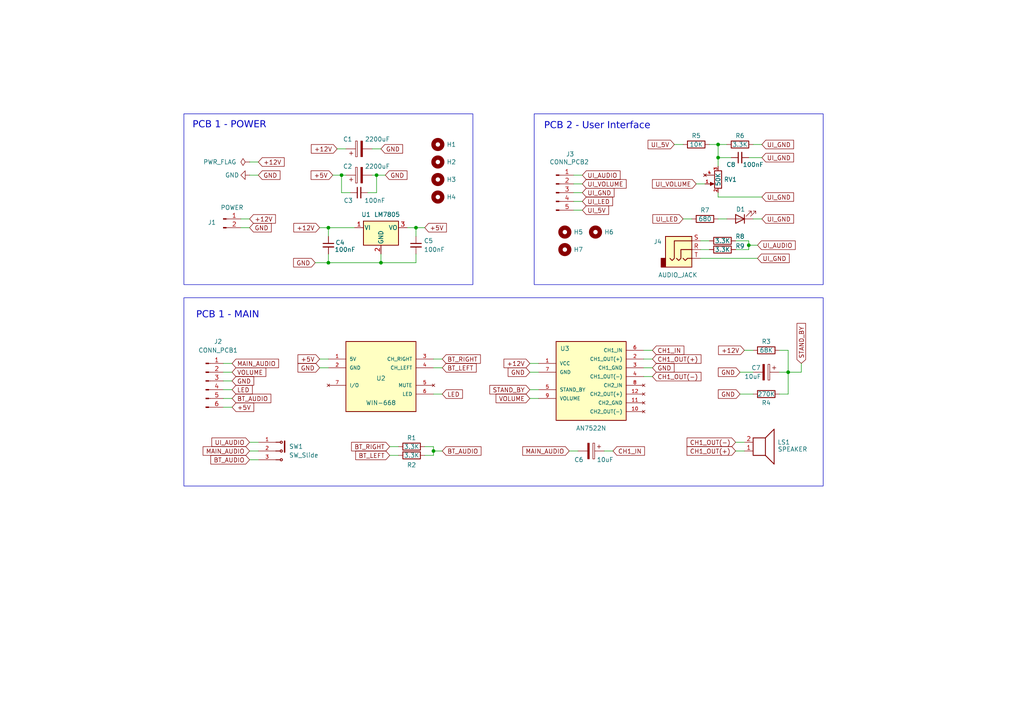
<source format=kicad_sch>
(kicad_sch (version 20250114) (generator "eeschema") (generator_version "9.0")
  (paper "A4")
  (lib_symbols
    (symbol "Connector:Conn_01x02_Pin" (pin_names (offset 1.016) (hide yes))
      (property "Reference" "J" (at 0 2.54 0))
      (property "Value" "Conn_01x02_Pin" (at 0 -5.08 0))
      (symbol "Conn_01x02_Pin_1_1"
        (rectangle (start 0.8636 0.127) (end 0 -0.127) (stroke (width 0.1524)) (fill (type outline)))
        (rectangle (start 0.8636 -2.413) (end 0 -2.667) (stroke (width 0.1524)) (fill (type outline)))
        (polyline (pts (xy 1.27 0) (xy 0.8636 0)) (stroke (width 0.1524)))
        (polyline (pts (xy 1.27 -2.54) (xy 0.8636 -2.54)) (stroke (width 0.1524)))
        (pin passive line (at 5.08 0 180) (length 3.81) (name "Pin_1") (number "1"))
        (pin passive line (at 5.08 -2.54 180) (length 3.81) (name "Pin_2") (number "2"))
      )
    )
    (symbol "Connector:Conn_01x05_Pin" (pin_names (offset 1.016) (hide yes))
      (property "Reference" "J" (at 0 7.62 0))
      (property "Value" "Conn_01x05_Pin" (at 0 -7.62 0))
      (symbol "Conn_01x05_Pin_1_1"
        (rectangle (start 0.8636 5.207) (end 0 4.953) (stroke (width 0.1524)) (fill (type outline)))
        (rectangle (start 0.8636 2.667) (end 0 2.413) (stroke (width 0.1524)) (fill (type outline)))
        (rectangle (start 0.8636 0.127) (end 0 -0.127) (stroke (width 0.1524)) (fill (type outline)))
        (rectangle (start 0.8636 -2.413) (end 0 -2.667) (stroke (width 0.1524)) (fill (type outline)))
        (rectangle (start 0.8636 -4.953) (end 0 -5.207) (stroke (width 0.1524)) (fill (type outline)))
        (polyline (pts (xy 1.27 5.08) (xy 0.8636 5.08)) (stroke (width 0.1524)))
        (polyline (pts (xy 1.27 2.54) (xy 0.8636 2.54)) (stroke (width 0.1524)))
        (polyline (pts (xy 1.27 0) (xy 0.8636 0)) (stroke (width 0.1524)))
        (polyline (pts (xy 1.27 -2.54) (xy 0.8636 -2.54)) (stroke (width 0.1524)))
        (polyline (pts (xy 1.27 -5.08) (xy 0.8636 -5.08)) (stroke (width 0.1524)))
        (pin passive line (at 5.08 5.08 180) (length 3.81) (name "Pin_1") (number "1"))
        (pin passive line (at 5.08 2.54 180) (length 3.81) (name "Pin_2") (number "2"))
        (pin passive line (at 5.08 0 180) (length 3.81) (name "Pin_3") (number "3"))
        (pin passive line (at 5.08 -2.54 180) (length 3.81) (name "Pin_4") (number "4"))
        (pin passive line (at 5.08 -5.08 180) (length 3.81) (name "Pin_5") (number "5"))
      )
    )
    (symbol "Connector:Conn_01x06_Pin" (pin_names (offset 1.016) (hide yes))
      (property "Reference" "J" (at 0 7.62 0))
      (property "Value" "Conn_01x06_Pin" (at 0 -10.16 0))
      (symbol "Conn_01x06_Pin_1_1"
        (rectangle (start 0.8636 5.207) (end 0 4.953) (stroke (width 0.1524)) (fill (type outline)))
        (rectangle (start 0.8636 2.667) (end 0 2.413) (stroke (width 0.1524)) (fill (type outline)))
        (rectangle (start 0.8636 0.127) (end 0 -0.127) (stroke (width 0.1524)) (fill (type outline)))
        (rectangle (start 0.8636 -2.413) (end 0 -2.667) (stroke (width 0.1524)) (fill (type outline)))
        (rectangle (start 0.8636 -4.953) (end 0 -5.207) (stroke (width 0.1524)) (fill (type outline)))
        (rectangle (start 0.8636 -7.493) (end 0 -7.747) (stroke (width 0.1524)) (fill (type outline)))
        (polyline (pts (xy 1.27 5.08) (xy 0.8636 5.08)) (stroke (width 0.1524)))
        (polyline (pts (xy 1.27 2.54) (xy 0.8636 2.54)) (stroke (width 0.1524)))
        (polyline (pts (xy 1.27 0) (xy 0.8636 0)) (stroke (width 0.1524)))
        (polyline (pts (xy 1.27 -2.54) (xy 0.8636 -2.54)) (stroke (width 0.1524)))
        (polyline (pts (xy 1.27 -5.08) (xy 0.8636 -5.08)) (stroke (width 0.1524)))
        (polyline (pts (xy 1.27 -7.62) (xy 0.8636 -7.62)) (stroke (width 0.1524)))
        (pin passive line (at 5.08 5.08 180) (length 3.81) (name "Pin_1") (number "1"))
        (pin passive line (at 5.08 2.54 180) (length 3.81) (name "Pin_2") (number "2"))
        (pin passive line (at 5.08 0 180) (length 3.81) (name "Pin_3") (number "3"))
        (pin passive line (at 5.08 -2.54 180) (length 3.81) (name "Pin_4") (number "4"))
        (pin passive line (at 5.08 -5.08 180) (length 3.81) (name "Pin_5") (number "5"))
        (pin passive line (at 5.08 -7.62 180) (length 3.81) (name "Pin_6") (number "6"))
      )
    )
    (symbol "Connector_Audio:AudioJack3"
      (property "Reference" "J" (at 0 8.89 0))
      (property "Value" "AudioJack3" (at 0 6.35 0))
      (symbol "AudioJack3_0_1"
        (rectangle (start -5.08 -5.08) (end -6.35 -2.54) (stroke (width 0.254)) (fill (type outline)))
        (polyline (pts (xy -1.905 -2.54) (xy -1.27 -3.175) (xy -0.635 -2.54) (xy -0.635 0) (xy 2.54 0)) (stroke (width 0.254)))
        (polyline (pts (xy 0 -2.54) (xy 0.635 -3.175) (xy 1.27 -2.54) (xy 2.54 -2.54)) (stroke (width 0.254)))
        (rectangle (start 2.54 3.81) (end -5.08 -5.08) (stroke (width 0.254)) (fill (type background)))
        (polyline (pts (xy 2.54 2.54) (xy -2.54 2.54) (xy -2.54 -2.54) (xy -3.175 -3.175) (xy -3.81 -2.54)) (stroke (width 0.254)))
      )
      (symbol "AudioJack3_1_1"
        (pin passive line (at 5.08 2.54 180) (length 2.54) (name "~") (number "S"))
        (pin passive line (at 5.08 0 180) (length 2.54) (name "~") (number "R"))
        (pin passive line (at 5.08 -2.54 180) (length 2.54) (name "~") (number "T"))
      )
    )
    (symbol "Custom:Audio_Amplifier_AN7522N" (pin_names (offset 1.016))
      (property "Reference" "U1" (at -7.62 8.128 0))
      (property "Value" "AN7522N" (at 0 -14.986 0))
      (symbol "Audio_Amplifier_AN7522N_0_0"
        (rectangle (start -10.16 10.16) (end 10.16 -12.7) (stroke (width 0.254)) (fill (type background)))
      )
      (symbol "Audio_Amplifier_AN7522N_1_0"
        (pin power_in line (at -15.24 3.81 0) (length 5.08) (name "VCC") (number "1"))
        (pin passive line (at -15.24 1.27 0) (length 5.08) (name "GND") (number "7"))
        (pin input line (at -15.24 -3.81 0) (length 5.08) (name "STAND_BY") (number "5"))
        (pin input line (at -15.24 -6.35 0) (length 5.08) (name "VOLUME") (number "9"))
        (pin input line (at 15.24 7.62 180) (length 5.08) (name "CH1_IN") (number "6"))
        (pin output line (at 15.24 5.08 180) (length 5.08) (name "CH1_OUT(+)") (number "2"))
        (pin passive line (at 15.24 2.54 180) (length 5.08) (name "CH1_GND") (number "3"))
        (pin output line (at 15.24 0 180) (length 5.08) (name "CH1_OUT(-)") (number "4"))
        (pin no_connect line (at 15.24 -2.54 180) (length 5.08) (name "CH2_IN") (number "8"))
        (pin no_connect line (at 15.24 -5.08 180) (length 5.08) (name "CH2_OUT(+)") (number "12"))
        (pin no_connect line (at 15.24 -7.62 180) (length 5.08) (name "CH2_GND") (number "11"))
        (pin no_connect line (at 15.24 -10.16 180) (length 5.08) (name "CH2_OUT(-)") (number "10"))
      )
    )
    (symbol "Custom:BT_Audio_Receiver_Module" (pin_names (offset 1.016))
      (property "Reference" "U" (at -0.508 -0.508 0))
      (property "Value" "BT_Audio_Receiver_Module" (at -11.684 -12.7 0))
      (symbol "BT_Audio_Receiver_Module_0_0"
        (rectangle (start -10.16 10.16) (end 10.16 -10.16) (stroke (width 0.254)) (fill (type background)))
      )
      (symbol "BT_Audio_Receiver_Module_1_0"
        (pin power_in line (at -15.24 5.08 0) (length 5.08) (name "5V") (number "1"))
        (pin power_out line (at -15.24 2.54 0) (length 5.08) (name "GND") (number "2"))
        (pin no_connect line (at -15.24 -2.54 0) (length 5.08) (name "I/O") (number "7"))
        (pin output line (at 15.24 5.08 180) (length 5.08) (name "CH_RIGHT") (number "3"))
        (pin output line (at 15.24 2.54 180) (length 5.08) (name "CH_LEFT") (number "4"))
        (pin no_connect line (at 15.24 -2.54 180) (length 5.08) (name "MUTE") (number "5"))
        (pin output line (at 15.24 -5.08 180) (length 5.08) (name "LED") (number "6"))
      )
    )
    (symbol "Custom:Potentiometer_Custom_Variant_A" (pin_names (offset 1.016) (hide yes))
      (property "Reference" "RV" (at -3.302 -3.81 0))
      (property "Value" "Potentiometer" (at 8.636 -3.81 0))
      (symbol "Potentiometer_Custom_Variant_A_0_1"
        (rectangle (start 1.016 2.54) (end -1.016 -2.54) (stroke (width 0.254)))
        (polyline (pts (xy 1.143 1.27) (xy 2.286 1.778) (xy 2.286 0.762) (xy 1.143 1.27)) (fill (type outline)))
        (polyline (pts (xy 2.54 1.27) (xy 1.524 1.27)))
      )
      (symbol "Potentiometer_Custom_Variant_A_1_1"
        (pin no_connect line (at -5.06 1.27 0) (length 3.81) (hide yes) (name "MountPin") (number "MP1"))
        (pin no_connect line (at -5.06 -1.27 0) (length 3.81) (hide yes) (name "MountPin") (number "MP2"))
        (pin passive line (at 0 3.81 270) (length 1.27) (name "2") (number "2"))
        (pin passive line (at 0 -3.81 90) (length 1.27) (name "3") (number "3"))
        (pin passive line (at 3.81 1.27 180) (length 1.27) (name "1") (number "1"))
        (pin no_connect line (at 3.81 -1.27 180) (length 2.54) (name "4") (number "4"))
      )
    )
    (symbol "Custom:Switch_Slide_SPDT_Straight_TE_1825159_1" (pin_names (offset 1.016))
      (property "Reference" "SW" (at 1.524 -0.508 0))
      (property "Value" "SW_Slide" (at -8.382 -5.588 0))
      (symbol "Switch_Slide_SPDT_Straight_TE_1825159_1_0_0"
        (polyline (pts (xy -2.54 2.54) (xy -1.27 2.54)) (stroke (width 0.254)))
        (polyline (pts (xy -2.54 0) (xy -1.27 0)) (stroke (width 0.254)))
        (polyline (pts (xy -2.54 -2.54) (xy -1.27 -2.54)) (stroke (width 0.254)))
        (circle (center -0.9525 2.54) (radius 0.3175) (stroke (width 0.254)))
        (circle (center -0.9525 0) (radius 0.3175) (stroke (width 0.254)))
        (circle (center -0.9525 -2.54) (radius 0.3175) (stroke (width 0.254)))
        (polyline (pts (xy 0 2.8575) (xy 0 -0.3175)) (stroke (width 0.4064)))
        (pin passive line (at -7.62 2.54 0) (length 5.08) (name "~") (number "1"))
        (pin passive line (at -7.62 0 0) (length 5.08) (name "~") (number "2"))
        (pin passive line (at -7.62 -2.54 0) (length 5.08) (name "~") (number "3"))
      )
    )
    (symbol "Device:C_Polarized" (pin_numbers (hide yes)) (pin_names (offset 0.254))
      (property "Reference" "C" (at 0.635 2.54 0))
      (property "Value" "C_Polarized" (at 0.635 -2.54 0))
      (symbol "C_Polarized_0_1"
        (rectangle (start -2.286 0.508) (end 2.286 1.016))
        (polyline (pts (xy -1.778 2.286) (xy -0.762 2.286)))
        (polyline (pts (xy -1.27 2.794) (xy -1.27 1.778)))
        (rectangle (start 2.286 -0.508) (end -2.286 -1.016) (fill (type outline)))
      )
      (symbol "C_Polarized_1_1"
        (pin passive line (at 0 3.81 270) (length 2.794) (name "~") (number "1"))
        (pin passive line (at 0 -3.81 90) (length 2.794) (name "~") (number "2"))
      )
    )
    (symbol "Device:C_Small" (pin_numbers (hide yes)) (pin_names (offset 0.254) (hide yes))
      (property "Reference" "C" (at 0.254 1.778 0))
      (property "Value" "C_Small" (at 0.254 -2.032 0))
      (symbol "C_Small_0_1"
        (polyline (pts (xy -1.524 0.508) (xy 1.524 0.508)) (stroke (width 0.3048)))
        (polyline (pts (xy -1.524 -0.508) (xy 1.524 -0.508)) (stroke (width 0.3302)))
      )
      (symbol "C_Small_1_1"
        (pin passive line (at 0 2.54 270) (length 2.032) (name "~") (number "1"))
        (pin passive line (at 0 -2.54 90) (length 2.032) (name "~") (number "2"))
      )
    )
    (symbol "Device:LED" (pin_numbers (hide yes)) (pin_names (offset 1.016) (hide yes))
      (property "Reference" "D" (at 0 2.54 0))
      (property "Value" "LED" (at 0 -2.54 0))
      (symbol "LED_0_1"
        (polyline (pts (xy -3.048 -0.762) (xy -4.572 -2.286) (xy -3.81 -2.286) (xy -4.572 -2.286) (xy -4.572 -1.524)))
        (polyline (pts (xy -1.778 -0.762) (xy -3.302 -2.286) (xy -2.54 -2.286) (xy -3.302 -2.286) (xy -3.302 -1.524)))
        (polyline (pts (xy -1.27 0) (xy 1.27 0)))
        (polyline (pts (xy -1.27 -1.27) (xy -1.27 1.27)) (stroke (width 0.254)))
        (polyline (pts (xy 1.27 -1.27) (xy 1.27 1.27) (xy -1.27 0) (xy 1.27 -1.27)) (stroke (width 0.254)))
      )
      (symbol "LED_1_1"
        (pin passive line (at -3.81 0 0) (length 2.54) (name "K") (number "1"))
        (pin passive line (at 3.81 0 180) (length 2.54) (name "A") (number "2"))
      )
    )
    (symbol "Device:R" (pin_numbers (hide yes)) (pin_names (offset 0))
      (property "Reference" "R" (at 2.032 0 90))
      (property "Value" "R" (at 0 0 90))
      (symbol "R_0_1"
        (rectangle (start -1.016 -2.54) (end 1.016 2.54) (stroke (width 0.254)))
      )
      (symbol "R_1_1"
        (pin passive line (at 0 3.81 270) (length 1.27) (name "~") (number "1"))
        (pin passive line (at 0 -3.81 90) (length 1.27) (name "~") (number "2"))
      )
    )
    (symbol "Device:Speaker" (pin_names (offset 0) (hide yes))
      (property "Reference" "LS" (at 1.27 5.715 0))
      (property "Value" "Speaker" (at 1.27 3.81 0))
      (symbol "Speaker_0_0"
        (rectangle (start -2.54 1.27) (end 1.016 -3.81) (stroke (width 0.254)))
        (polyline (pts (xy 1.016 1.27) (xy 3.556 3.81) (xy 3.556 -6.35) (xy 1.016 -3.81)) (stroke (width 0.254)))
      )
      (symbol "Speaker_1_1"
        (pin input line (at -5.08 0 0) (length 2.54) (name "1") (number "1"))
        (pin input line (at -5.08 -2.54 0) (length 2.54) (name "2") (number "2"))
      )
    )
    (symbol "Mechanical:MountingHole" (pin_names (offset 1.016)) (in_bom no)
      (property "Reference" "H" (at 0 5.08 0))
      (property "Value" "MountingHole" (at 0 3.175 0))
      (symbol "MountingHole_0_1"
        (circle (center 0 0) (radius 1.27) (stroke (width 1.27)))
      )
    )
    (symbol "Regulator_Linear:LM7805_TO220" (pin_names (offset 0.254))
      (property "Reference" "U" (at -3.81 3.175 0))
      (property "Value" "LM7805_TO220" (at 0 3.175 0))
      (symbol "LM7805_TO220_0_1"
        (rectangle (start -5.08 1.905) (end 5.08 -5.08) (stroke (width 0.254)) (fill (type background)))
      )
      (symbol "LM7805_TO220_1_1"
        (pin power_in line (at -7.62 0 0) (length 2.54) (name "VI") (number "1"))
        (pin power_in line (at 0 -7.62 90) (length 2.54) (name "GND") (number "2"))
        (pin power_out line (at 7.62 0 180) (length 2.54) (name "VO") (number "3"))
      )
    )
    (symbol "power:GND" (power) (pin_numbers (hide yes)) (pin_names (offset 0) (hide yes))
      (property "Value" "GND" (at 0 -3.81 0))
      (symbol "GND_0_1"
        (polyline (pts (xy 0 0) (xy 0 -1.27) (xy 1.27 -1.27) (xy 0 -2.54) (xy -1.27 -1.27) (xy 0 -1.27)))
      )
      (symbol "GND_1_1"
        (pin power_in line (at 0 0 270) (length 0) (name "~") (number "1"))
      )
    )
    (symbol "power:PWR_FLAG" (power) (pin_numbers (hide yes)) (pin_names (offset 0) (hide yes))
      (property "Value" "PWR_FLAG" (at 0 3.81 0))
      (symbol "PWR_FLAG_0_0"
        (pin power_out line (at 0 0 90) (length 0) (name "~") (number "1"))
      )
      (symbol "PWR_FLAG_0_1"
        (polyline (pts (xy 0 0) (xy 0 1.27) (xy -1.016 1.905) (xy 0 2.54) (xy 1.016 1.905) (xy 0 1.27)))
      )
    )
  )
  (rectangle (start 53.34 86.36) (end 238.76 140.97))
  (rectangle (start 53.34 33.02) (end 137.16 82.55))
  (rectangle (start 154.94 33.02) (end 238.76 82.55))
  (text "PCB 2 - User Interface\n" (at 173.228 37.084 0) (effects (font (size 2 2) (thickness 0.254))))
  (text "PCB 1 - POWER" (at 66.548 36.83 0) (effects (font (size 2 2) (thickness 0.254))))
  (text "PCB 1 - MAIN\n" (at 66.04 91.948 0) (effects (font (size 2 2) (thickness 0.254))))
  (junction (at 110.49 76.2))
  (junction (at 109.22 50.8))
  (junction (at 95.25 66.04))
  (junction (at 228.6 107.95))
  (junction (at 217.17 71.12))
  (junction (at 208.28 41.91))
  (junction (at 99.06 50.8))
  (junction (at 208.28 45.72))
  (junction (at 95.25 76.2))
  (junction (at 120.65 66.04))
  (junction (at 125.73 130.81))
  (wire (pts (xy 205.74 41.91) (xy 208.28 41.91)))
  (wire (pts (xy 217.17 45.72) (xy 220.98 45.72)))
  (wire (pts (xy 201.93 53.34) (xy 204.47 53.34)))
  (wire (pts (xy 125.73 104.14) (xy 128.27 104.14)))
  (wire (pts (xy 213.36 69.85) (xy 217.17 69.85)))
  (wire (pts (xy 72.39 50.8) (xy 74.93 50.8)))
  (wire (pts (xy 226.06 114.3) (xy 228.6 114.3)))
  (wire (pts (xy 125.73 114.3) (xy 128.27 114.3)))
  (wire (pts (xy 228.6 101.6) (xy 228.6 107.95)))
  (wire (pts (xy 166.37 53.34) (xy 168.91 53.34)))
  (wire (pts (xy 113.03 132.08) (xy 115.57 132.08)))
  (wire (pts (xy 226.06 107.95) (xy 228.6 107.95)))
  (wire (pts (xy 214.63 107.95) (xy 218.44 107.95)))
  (wire (pts (xy 166.37 60.96) (xy 168.91 60.96)))
  (wire (pts (xy 175.26 130.81) (xy 177.8 130.81)))
  (wire (pts (xy 208.28 45.72) (xy 208.28 41.91)))
  (wire (pts (xy 153.67 105.41) (xy 156.21 105.41)))
  (wire (pts (xy 186.69 109.22) (xy 189.23 109.22)))
  (wire (pts (xy 72.39 133.35) (xy 74.93 133.35)))
  (wire (pts (xy 186.69 101.6) (xy 189.23 101.6)))
  (wire (pts (xy 208.28 55.88) (xy 208.28 57.15)))
  (wire (pts (xy 113.03 129.54) (xy 115.57 129.54)))
  (wire (pts (xy 166.37 55.88) (xy 168.91 55.88)))
  (wire (pts (xy 69.85 63.5) (xy 72.39 63.5)))
  (wire (pts (xy 165.1 130.81) (xy 167.64 130.81)))
  (wire (pts (xy 96.52 50.8) (xy 99.06 50.8)))
  (wire (pts (xy 217.17 72.39) (xy 213.36 72.39)))
  (wire (pts (xy 228.6 107.95) (xy 232.41 107.95)))
  (wire (pts (xy 106.68 55.88) (xy 109.22 55.88)))
  (wire (pts (xy 125.73 130.81) (xy 125.73 132.08)))
  (wire (pts (xy 218.44 41.91) (xy 220.98 41.91)))
  (wire (pts (xy 166.37 50.8) (xy 168.91 50.8)))
  (wire (pts (xy 95.25 73.66) (xy 95.25 76.2)))
  (wire (pts (xy 217.17 71.12) (xy 219.71 71.12)))
  (wire (pts (xy 128.27 130.81) (xy 125.73 130.81)))
  (wire (pts (xy 110.49 73.66) (xy 110.49 76.2)))
  (wire (pts (xy 109.22 55.88) (xy 109.22 50.8)))
  (wire (pts (xy 99.06 55.88) (xy 99.06 50.8)))
  (wire (pts (xy 215.9 130.81) (xy 213.36 130.81)))
  (wire (pts (xy 208.28 41.91) (xy 210.82 41.91)))
  (wire (pts (xy 214.63 114.3) (xy 218.44 114.3)))
  (wire (pts (xy 153.67 107.95) (xy 156.21 107.95)))
  (wire (pts (xy 118.11 66.04) (xy 120.65 66.04)))
  (wire (pts (xy 198.12 63.5) (xy 200.66 63.5)))
  (wire (pts (xy 125.73 129.54) (xy 123.19 129.54)))
  (wire (pts (xy 217.17 71.12) (xy 217.17 72.39)))
  (wire (pts (xy 208.28 45.72) (xy 208.28 48.26)))
  (wire (pts (xy 97.79 43.18) (xy 100.33 43.18)))
  (wire (pts (xy 64.77 110.49) (xy 67.31 110.49)))
  (wire (pts (xy 120.65 66.04) (xy 120.65 68.58)))
  (wire (pts (xy 120.65 66.04) (xy 123.19 66.04)))
  (wire (pts (xy 69.85 66.04) (xy 72.39 66.04)))
  (wire (pts (xy 153.67 113.03) (xy 156.21 113.03)))
  (wire (pts (xy 166.37 58.42) (xy 168.91 58.42)))
  (wire (pts (xy 107.95 43.18) (xy 110.49 43.18)))
  (wire (pts (xy 203.2 72.39) (xy 205.74 72.39)))
  (wire (pts (xy 64.77 107.95) (xy 67.31 107.95)))
  (wire (pts (xy 232.41 105.41) (xy 232.41 107.95)))
  (wire (pts (xy 92.71 104.14) (xy 95.25 104.14)))
  (wire (pts (xy 64.77 113.03) (xy 67.31 113.03)))
  (wire (pts (xy 228.6 107.95) (xy 228.6 114.3)))
  (wire (pts (xy 125.73 132.08) (xy 123.19 132.08)))
  (wire (pts (xy 107.95 50.8) (xy 109.22 50.8)))
  (wire (pts (xy 186.69 106.68) (xy 189.23 106.68)))
  (wire (pts (xy 95.25 66.04) (xy 95.25 68.58)))
  (wire (pts (xy 208.28 63.5) (xy 210.82 63.5)))
  (wire (pts (xy 153.67 115.57) (xy 156.21 115.57)))
  (wire (pts (xy 217.17 69.85) (xy 217.17 71.12)))
  (wire (pts (xy 92.71 66.04) (xy 95.25 66.04)))
  (wire (pts (xy 95.25 66.04) (xy 102.87 66.04)))
  (wire (pts (xy 226.06 101.6) (xy 228.6 101.6)))
  (wire (pts (xy 95.25 76.2) (xy 91.44 76.2)))
  (wire (pts (xy 110.49 76.2) (xy 95.25 76.2)))
  (wire (pts (xy 215.9 101.6) (xy 218.44 101.6)))
  (wire (pts (xy 218.44 63.5) (xy 220.98 63.5)))
  (wire (pts (xy 64.77 118.11) (xy 67.31 118.11)))
  (wire (pts (xy 109.22 50.8) (xy 111.76 50.8)))
  (wire (pts (xy 125.73 130.81) (xy 125.73 129.54)))
  (wire (pts (xy 120.65 73.66) (xy 120.65 76.2)))
  (wire (pts (xy 208.28 45.72) (xy 212.09 45.72)))
  (wire (pts (xy 195.58 41.91) (xy 198.12 41.91)))
  (wire (pts (xy 203.2 74.93) (xy 219.71 74.93)))
  (wire (pts (xy 72.39 46.99) (xy 74.93 46.99)))
  (wire (pts (xy 64.77 115.57) (xy 67.31 115.57)))
  (wire (pts (xy 125.73 106.68) (xy 128.27 106.68)))
  (wire (pts (xy 72.39 128.27) (xy 74.93 128.27)))
  (wire (pts (xy 186.69 104.14) (xy 189.23 104.14)))
  (wire (pts (xy 120.65 76.2) (xy 110.49 76.2)))
  (wire (pts (xy 99.06 50.8) (xy 100.33 50.8)))
  (wire (pts (xy 220.98 57.15) (xy 208.28 57.15)))
  (wire (pts (xy 203.2 69.85) (xy 205.74 69.85)))
  (wire (pts (xy 215.9 128.27) (xy 213.36 128.27)))
  (wire (pts (xy 92.71 106.68) (xy 95.25 106.68)))
  (wire (pts (xy 64.77 105.41) (xy 67.31 105.41)))
  (wire (pts (xy 72.39 130.81) (xy 74.93 130.81)))
  (wire (pts (xy 101.6 55.88) (xy 99.06 55.88)))
  (global_label "GND" (shape input) (at 153.67 107.95 180) (property "Intersheetrefs" "${INTERSHEET_REFS}" (effects (hide yes))))
  (global_label "UI_GND" (shape input) (at 220.98 41.91 0) (property "Intersheetrefs" "${INTERSHEET_REFS}" (effects (hide yes))))
  (global_label "STAND_BY" (shape input) (at 232.41 105.41 90) (property "Intersheetrefs" "${INTERSHEET_REFS}" (effects (hide yes))))
  (global_label "GND" (shape input) (at 110.49 43.18 0) (property "Intersheetrefs" "${INTERSHEET_REFS}" (effects (hide yes))))
  (global_label "BT_AUDIO" (shape input) (at 128.27 130.81 0) (property "Intersheetrefs" "${INTERSHEET_REFS}" (effects (hide yes))))
  (global_label "UI_GND" (shape input) (at 219.71 74.93 0) (property "Intersheetrefs" "${INTERSHEET_REFS}" (effects (hide yes))))
  (global_label "VOLUME" (shape input) (at 67.31 107.95 0) (property "Intersheetrefs" "${INTERSHEET_REFS}" (effects (hide yes))))
  (global_label "UI_GND" (shape input) (at 220.98 63.5 0) (property "Intersheetrefs" "${INTERSHEET_REFS}" (effects (hide yes))))
  (global_label "CH1_OUT(-)" (shape input) (at 213.36 128.27 180) (property "Intersheetrefs" "${INTERSHEET_REFS}" (effects (hide yes))))
  (global_label "+5V" (shape input) (at 92.71 104.14 180) (property "Intersheetrefs" "${INTERSHEET_REFS}" (effects (hide yes))))
  (global_label "+12V" (shape input) (at 74.93 46.99 0) (property "Intersheetrefs" "${INTERSHEET_REFS}" (effects (hide yes))))
  (global_label "GND" (shape input) (at 214.63 114.3 180) (property "Intersheetrefs" "${INTERSHEET_REFS}" (effects (hide yes))))
  (global_label "STAND_BY" (shape input) (at 153.67 113.03 180) (property "Intersheetrefs" "${INTERSHEET_REFS}" (effects (hide yes))))
  (global_label "+5V" (shape input) (at 96.52 50.8 180) (property "Intersheetrefs" "${INTERSHEET_REFS}" (effects (hide yes))))
  (global_label "BT_AUDIO" (shape input) (at 67.31 115.57 0) (property "Intersheetrefs" "${INTERSHEET_REFS}" (effects (hide yes))))
  (global_label "LED" (shape input) (at 128.27 114.3 0) (property "Intersheetrefs" "${INTERSHEET_REFS}" (effects (hide yes))))
  (global_label "GND" (shape input) (at 92.71 106.68 180) (property "Intersheetrefs" "${INTERSHEET_REFS}" (effects (hide yes))))
  (global_label "UI_5V" (shape input) (at 168.91 60.96 0) (property "Intersheetrefs" "${INTERSHEET_REFS}" (effects (hide yes))))
  (global_label "+5V" (shape input) (at 123.19 66.04 0) (property "Intersheetrefs" "${INTERSHEET_REFS}" (effects (hide yes))))
  (global_label "CH1_IN" (shape input) (at 177.8 130.81 0) (property "Intersheetrefs" "${INTERSHEET_REFS}" (effects (hide yes))))
  (global_label "UI_GND" (shape input) (at 220.98 57.15 0) (property "Intersheetrefs" "${INTERSHEET_REFS}" (effects (hide yes))))
  (global_label "GND" (shape input) (at 74.93 50.8 0) (property "Intersheetrefs" "${INTERSHEET_REFS}" (effects (hide yes))))
  (global_label "+12V" (shape input) (at 72.39 63.5 0) (property "Intersheetrefs" "${INTERSHEET_REFS}" (effects (hide yes))))
  (global_label "UI_AUDIO" (shape input) (at 219.71 71.12 0) (property "Intersheetrefs" "${INTERSHEET_REFS}" (effects (hide yes))))
  (global_label "BT_LEFT" (shape input) (at 128.27 106.68 0) (property "Intersheetrefs" "${INTERSHEET_REFS}" (effects (hide yes))))
  (global_label "MAIN_AUDIO" (shape input) (at 72.39 130.81 180) (property "Intersheetrefs" "${INTERSHEET_REFS}" (effects (hide yes))))
  (global_label "VOLUME" (shape input) (at 153.67 115.57 180) (property "Intersheetrefs" "${INTERSHEET_REFS}" (effects (hide yes))))
  (global_label "UI_5V" (shape input) (at 195.58 41.91 180) (property "Intersheetrefs" "${INTERSHEET_REFS}" (effects (hide yes))))
  (global_label "GND" (shape input) (at 91.44 76.2 180) (property "Intersheetrefs" "${INTERSHEET_REFS}" (effects (hide yes))))
  (global_label "+5V" (shape input) (at 67.31 118.11 0) (property "Intersheetrefs" "${INTERSHEET_REFS}" (effects (hide yes))))
  (global_label "CH1_OUT(-)" (shape input) (at 189.23 109.22 0) (property "Intersheetrefs" "${INTERSHEET_REFS}" (effects (hide yes))))
  (global_label "+12V" (shape input) (at 153.67 105.41 180) (property "Intersheetrefs" "${INTERSHEET_REFS}" (effects (hide yes))))
  (global_label "UI_GND" (shape input) (at 168.91 55.88 0) (property "Intersheetrefs" "${INTERSHEET_REFS}" (effects (hide yes))))
  (global_label "+12V" (shape input) (at 97.79 43.18 180) (property "Intersheetrefs" "${INTERSHEET_REFS}" (effects (hide yes))))
  (global_label "CH1_OUT(+)" (shape input) (at 189.23 104.14 0) (property "Intersheetrefs" "${INTERSHEET_REFS}" (effects (hide yes))))
  (global_label "UI_AUDIO" (shape input) (at 72.39 128.27 180) (property "Intersheetrefs" "${INTERSHEET_REFS}" (effects (hide yes))))
  (global_label "CH1_OUT(+)" (shape input) (at 213.36 130.81 180) (property "Intersheetrefs" "${INTERSHEET_REFS}" (effects (hide yes))))
  (global_label "MAIN_AUDIO" (shape input) (at 67.31 105.41 0) (property "Intersheetrefs" "${INTERSHEET_REFS}" (effects (hide yes))))
  (global_label "UI_LED" (shape input) (at 168.91 58.42 0) (property "Intersheetrefs" "${INTERSHEET_REFS}" (effects (hide yes))))
  (global_label "GND" (shape input) (at 72.39 66.04 0) (property "Intersheetrefs" "${INTERSHEET_REFS}" (effects (hide yes))))
  (global_label "BT_RIGHT" (shape input) (at 113.03 129.54 180) (property "Intersheetrefs" "${INTERSHEET_REFS}" (effects (hide yes))))
  (global_label "UI_LED" (shape input) (at 198.12 63.5 180) (property "Intersheetrefs" "${INTERSHEET_REFS}" (effects (hide yes))))
  (global_label "GND" (shape input) (at 111.76 50.8 0) (property "Intersheetrefs" "${INTERSHEET_REFS}" (effects (hide yes))))
  (global_label "MAIN_AUDIO" (shape input) (at 165.1 130.81 180) (property "Intersheetrefs" "${INTERSHEET_REFS}" (effects (hide yes))))
  (global_label "BT_RIGHT" (shape input) (at 128.27 104.14 0) (property "Intersheetrefs" "${INTERSHEET_REFS}" (effects (hide yes))))
  (global_label "+12V" (shape input) (at 215.9 101.6 180) (property "Intersheetrefs" "${INTERSHEET_REFS}" (effects (hide yes))))
  (global_label "GND" (shape input) (at 67.31 110.49 0) (property "Intersheetrefs" "${INTERSHEET_REFS}" (effects (hide yes))))
  (global_label "UI_VOLUME" (shape input) (at 168.91 53.34 0) (property "Intersheetrefs" "${INTERSHEET_REFS}" (effects (hide yes))))
  (global_label "GND" (shape input) (at 189.23 106.68 0) (property "Intersheetrefs" "${INTERSHEET_REFS}" (effects (hide yes))))
  (global_label "BT_AUDIO" (shape input) (at 72.39 133.35 180) (property "Intersheetrefs" "${INTERSHEET_REFS}" (effects (hide yes))))
  (global_label "UI_AUDIO" (shape input) (at 168.91 50.8 0) (property "Intersheetrefs" "${INTERSHEET_REFS}" (effects (hide yes))))
  (global_label "CH1_IN" (shape input) (at 189.23 101.6 0) (property "Intersheetrefs" "${INTERSHEET_REFS}" (effects (hide yes))))
  (global_label "LED" (shape input) (at 67.31 113.03 0) (property "Intersheetrefs" "${INTERSHEET_REFS}" (effects (hide yes))))
  (global_label "GND" (shape input) (at 214.63 107.95 180) (property "Intersheetrefs" "${INTERSHEET_REFS}" (effects (hide yes))))
  (global_label "UI_VOLUME" (shape input) (at 201.93 53.34 180) (property "Intersheetrefs" "${INTERSHEET_REFS}" (effects (hide yes))))
  (global_label "UI_GND" (shape input) (at 220.98 45.72 0) (property "Intersheetrefs" "${INTERSHEET_REFS}" (effects (hide yes))))
  (global_label "+12V" (shape input) (at 92.71 66.04 180) (property "Intersheetrefs" "${INTERSHEET_REFS}" (effects (hide yes))))
  (global_label "BT_LEFT" (shape input) (at 113.03 132.08 180) (property "Intersheetrefs" "${INTERSHEET_REFS}" (effects (hide yes))))
  (symbol (lib_id "Mechanical:MountingHole") (at 127 41.91 0) (unit 1) (in_bom no)
    (property "Reference" "H1" (at 129.54 41.91 0) (effects (justify left)))
    (property "Value" "MountingHole" (effects (hide yes)))
    (property "Footprint" "MountingHole:MountingHole_2.2mm_M2" (effects (hide yes)))
    (property "Description" "Mounting Hole without connection" (effects (hide yes)))
  )
  (symbol (lib_id "Mechanical:MountingHole") (at 163.83 72.39 0) (unit 1) (in_bom no)
    (property "Reference" "H7" (at 166.37 72.39 0) (effects (justify left)))
    (property "Value" "MountingHole" (effects (hide yes)))
    (property "Footprint" "MountingHole:MountingHole_2.2mm_M2" (effects (hide yes)))
    (property "Description" "Mounting Hole without connection" (effects (hide yes)))
  )
  (symbol (lib_id "Device:R") (at 204.47 63.5 270) (unit 1)
    (property "Reference" "R7" (at 204.47 60.96 90))
    (property "Value" "680" (at 204.47 63.5 90))
    (property "Footprint" "Resistor_THT:R_Axial_DIN0207_L6.3mm_D2.5mm_P7.62mm_Horizontal" (effects (hide yes)))
    (property "Description" "Resistor" (effects (hide yes)))
  )
  (symbol (lib_id "Device:C_Small") (at 95.25 71.12 0) (unit 1)
    (property "Reference" "C4" (at 97.282 70.358 0) (effects (justify left)))
    (property "Value" "100nF" (at 97.028 72.39 0) (effects (justify left)))
    (property "Footprint" "Capacitor_THT:C_Disc_D6.0mm_W2.5mm_P5.00mm" (effects (hide yes)))
    (property "Description" "Unpolarized capacitor, small symbol" (effects (hide yes)))
  )
  (symbol (lib_id "Device:R") (at 222.25 114.3 90) (unit 1)
    (property "Reference" "R4" (at 222.25 116.84 90))
    (property "Value" "270K" (at 222.25 114.3 90))
    (property "Footprint" "Resistor_THT:R_Axial_DIN0207_L6.3mm_D2.5mm_P2.54mm_Vertical" (effects (hide yes)))
    (property "Description" "Resistor" (effects (hide yes)))
  )
  (symbol (lib_id "Device:C_Small") (at 214.63 45.72 90) (unit 1)
    (property "Reference" "C8" (at 213.36 47.752 90) (effects (justify left)))
    (property "Value" "100nF" (at 221.488 47.752 90) (effects (justify left)))
    (property "Footprint" "Capacitor_THT:C_Disc_D6.0mm_W2.5mm_P5.00mm" (effects (hide yes)))
    (property "Description" "Unpolarized capacitor, small symbol" (effects (hide yes)))
  )
  (symbol (lib_id "Device:R") (at 209.55 72.39 270) (unit 1)
    (property "Reference" "R9" (at 214.63 71.374 90))
    (property "Value" "3.3K" (at 209.55 72.39 90))
    (property "Footprint" "Resistor_THT:R_Axial_DIN0207_L6.3mm_D2.5mm_P7.62mm_Horizontal" (effects (hide yes)))
    (property "Description" "Resistor" (effects (hide yes)))
  )
  (symbol (lib_id "Mechanical:MountingHole") (at 172.72 67.31 0) (unit 1) (in_bom no)
    (property "Reference" "H6" (at 175.26 67.31 0) (effects (justify left)))
    (property "Value" "MountingHole" (effects (hide yes)))
    (property "Footprint" "MountingHole:MountingHole_2.2mm_M2" (effects (hide yes)))
    (property "Description" "Mounting Hole without connection" (effects (hide yes)))
  )
  (symbol (lib_id "Regulator_Linear:LM7805_TO220") (at 110.49 66.04 0) (unit 1)
    (property "Reference" "U1" (at 106.172 62.23 0))
    (property "Value" "LM7805" (at 112.268 62.23 0))
    (property "Footprint" "Package_TO_SOT_THT:TO-220-3_Vertical" (effects (hide yes)))
    (property "Datasheet" "https://www.onsemi.cn/PowerSolutions/document/MC7800-D.PDF" (effects (hide yes)))
    (property "Description" "Positive 1A 35V Linear Regulator, Fixed Output 5V, TO-220" (effects (hide yes)))
  )
  (symbol (lib_id "Mechanical:MountingHole") (at 163.83 67.31 0) (unit 1) (in_bom no)
    (property "Reference" "H5" (at 166.37 67.31 0) (effects (justify left)))
    (property "Value" "MountingHole" (effects (hide yes)))
    (property "Footprint" "MountingHole:MountingHole_2.2mm_M2" (effects (hide yes)))
    (property "Description" "Mounting Hole without connection" (effects (hide yes)))
  )
  (symbol (lib_id "Device:C_Polarized") (at 171.45 130.81 270) (unit 1)
    (property "Reference" "C6" (at 167.894 133.35 90))
    (property "Value" "10uF" (at 175.514 133.35 90))
    (property "Footprint" "Capacitor_THT:C_Radial_D10.0mm_H16.0mm_P5.00mm" (effects (hide yes)))
    (property "Description" "Polarized capacitor" (effects (hide yes)))
  )
  (symbol (lib_id "Device:R") (at 214.63 41.91 90) (unit 1)
    (property "Reference" "R6" (at 214.63 39.37 90))
    (property "Value" "3.3K" (at 214.63 41.91 90))
    (property "Footprint" "Resistor_THT:R_Axial_DIN0207_L6.3mm_D2.5mm_P7.62mm_Horizontal" (effects (hide yes)))
    (property "Description" "Resistor" (effects (hide yes)))
  )
  (symbol (lib_id "Device:R") (at 119.38 129.54 90) (unit 1)
    (property "Reference" "R1" (at 119.38 127 90))
    (property "Value" "3.3K" (at 119.38 129.54 90))
    (property "Footprint" "Resistor_THT:R_Axial_DIN0207_L6.3mm_D2.5mm_P2.54mm_Vertical" (effects (hide yes)))
    (property "Description" "Resistor" (effects (hide yes)))
  )
  (symbol (lib_id "Device:R") (at 119.38 132.08 90) (unit 1)
    (property "Reference" "R2" (at 119.38 134.874 90))
    (property "Value" "3.3K" (at 119.38 132.08 90))
    (property "Footprint" "Resistor_THT:R_Axial_DIN0207_L6.3mm_D2.5mm_P2.54mm_Vertical" (effects (hide yes)))
    (property "Description" "Resistor" (effects (hide yes)))
  )
  (symbol (lib_id "Custom:Switch_Slide_SPDT_Straight_TE_1825159_1") (at 82.55 130.81 0) (unit 1) (on_board no)
    (property "Reference" "SW1" (at 83.82 129.5018 0) (effects (justify left)))
    (property "Value" "SW_Slide" (at 83.82 132.0418 0) (effects (justify left)))
    (property "Footprint" "1825159-1:SW_1825159-1" (effects (hide yes)))
    (property "Description" "SWITCH SLIDE SPDT 300MA 125V" (effects (hide yes)))
    (property "MF" "TE Connectivity" (effects (hide yes)))
    (property "MP" "1825159-1" (effects (hide yes)))
  )
  (symbol (lib_id "power:GND") (at 72.39 50.8 270) (unit 1)
    (property "Reference" "#PWR01" (effects (hide yes)))
    (property "Value" "GND" (at 67.31 50.8 90))
    (property "Description" "Power symbol creates a global label with name \"GND\" , ground" (effects (hide yes)))
  )
  (symbol (lib_id "Device:C_Polarized") (at 104.14 50.8 90) (unit 1)
    (property "Reference" "C2" (at 100.838 48.26 90))
    (property "Value" "2200uF" (at 109.474 48.26 90))
    (property "Footprint" "Capacitor_THT:C_Radial_D10.0mm_H16.0mm_P5.00mm" (effects (hide yes)))
    (property "Description" "Polarized capacitor" (effects (hide yes)))
  )
  (symbol (lib_id "Mechanical:MountingHole") (at 127 52.07 0) (unit 1) (in_bom no)
    (property "Reference" "H3" (at 129.54 52.07 0) (effects (justify left)))
    (property "Value" "MountingHole" (effects (hide yes)))
    (property "Footprint" "MountingHole:MountingHole_2.2mm_M2" (effects (hide yes)))
    (property "Description" "Mounting Hole without connection" (effects (hide yes)))
  )
  (symbol (lib_id "Custom:Potentiometer_Custom_Variant_A") (at 208.28 52.07 180) (unit 1)
    (property "Reference" "RV1" (at 211.836 52.07 0))
    (property "Value" "50K" (at 208.28 52.07 90))
    (property "Footprint" "Custom:Potentiometer_Custom_Variant_A" (effects (hide yes)))
    (property "Datasheet" "Datasheet N/A" (effects (hide yes)))
    (property "Description" "Potentiometer" (effects (hide yes)))
  )
  (symbol (lib_id "power:PWR_FLAG") (at 72.39 46.99 90) (unit 1)
    (property "Reference" "#FLG01" (effects (hide yes)))
    (property "Value" "PWR_FLAG" (at 68.58 46.9899 90) (effects (justify left)))
    (property "Description" "Special symbol for telling ERC where power comes from" (effects (hide yes)))
  )
  (symbol (lib_id "Device:LED") (at 214.63 63.5 180) (unit 1)
    (property "Reference" "D1" (at 216.154 60.706 0) (effects (justify left)))
    (property "Value" "LED" (effects (hide yes)))
    (property "Footprint" "LED_THT:LED_D5.0mm" (effects (hide yes)))
    (property "Description" "Light emitting diode" (effects (hide yes)))
    (property "Sim.Pins" "1=K 2=A" (effects (hide yes)))
  )
  (symbol (lib_id "Connector_Audio:AudioJack3") (at 198.12 72.39 0) (unit 1)
    (property "Reference" "J4" (at 190.754 70.104 0))
    (property "Value" "AUDIO_JACK" (at 196.596 79.756 0))
    (property "Footprint" "Custom:Jack_3.5mm_Vertical" (effects (hide yes)))
    (property "Description" "Audio Jack, 3 Poles (Stereo / TRS)" (effects (hide yes)))
  )
  (symbol (lib_id "Connector:Conn_01x02_Pin") (at 64.77 63.5 0) (unit 1)
    (property "Reference" "J1" (at 61.468 64.516 0))
    (property "Value" "POWER" (at 67.31 60.198 0))
    (property "Footprint" "Connector_JST:JST_EH_B2B-EH-A_1x02_P2.50mm_Vertical" (effects (hide yes)))
    (property "Description" "Generic connector, single row, 01x02, script generated" (effects (hide yes)))
  )
  (symbol (lib_id "Connector:Conn_01x06_Pin") (at 59.69 110.49 0) (unit 1)
    (property "Reference" "J2" (at 63.246 99.06 0))
    (property "Value" "CONN_PCB1" (at 63.246 101.6 0))
    (property "Footprint" "Connector_PinHeader_2.54mm:PinHeader_2x06_P2.54mm_Vertical" (effects (hide yes)))
    (property "Description" "Generic connector, single row, 01x06, script generated" (effects (hide yes)))
  )
  (symbol (lib_id "Device:R") (at 209.55 69.85 270) (unit 1)
    (property "Reference" "R8" (at 214.63 68.58 90))
    (property "Value" "3.3K" (at 209.55 69.85 90))
    (property "Footprint" "Resistor_THT:R_Axial_DIN0207_L6.3mm_D2.5mm_P7.62mm_Horizontal" (effects (hide yes)))
    (property "Description" "Resistor" (effects (hide yes)))
  )
  (symbol (lib_id "Device:C_Small") (at 120.65 71.12 0) (unit 1)
    (property "Reference" "C5" (at 122.936 69.85 0) (effects (justify left)))
    (property "Value" "100nF" (at 122.936 72.39 0) (effects (justify left)))
    (property "Footprint" "Capacitor_THT:C_Disc_D6.0mm_W2.5mm_P5.00mm" (effects (hide yes)))
    (property "Description" "Unpolarized capacitor, small symbol" (effects (hide yes)))
  )
  (symbol (lib_id "Device:C_Polarized") (at 104.14 43.18 90) (unit 1)
    (property "Reference" "C1" (at 100.838 40.386 90))
    (property "Value" "2200uF" (at 109.474 40.386 90))
    (property "Footprint" "Capacitor_THT:C_Radial_D10.0mm_H12.5mm_P5.00mm" (effects (hide yes)))
    (property "Description" "Polarized capacitor" (effects (hide yes)))
  )
  (symbol (lib_id "Mechanical:MountingHole") (at 127 46.99 0) (unit 1) (in_bom no)
    (property "Reference" "H2" (at 129.54 46.99 0) (effects (justify left)))
    (property "Value" "MountingHole" (effects (hide yes)))
    (property "Footprint" "MountingHole:MountingHole_2.2mm_M2" (effects (hide yes)))
    (property "Description" "Mounting Hole without connection" (effects (hide yes)))
  )
  (symbol (lib_id "Mechanical:MountingHole") (at 127 57.15 0) (unit 1) (in_bom no)
    (property "Reference" "H4" (at 129.54 57.15 0) (effects (justify left)))
    (property "Value" "MountingHole" (effects (hide yes)))
    (property "Footprint" "MountingHole:MountingHole_2.2mm_M2" (effects (hide yes)))
    (property "Description" "Mounting Hole without connection" (effects (hide yes)))
  )
  (symbol (lib_id "Device:R") (at 201.93 41.91 90) (unit 1)
    (property "Reference" "R5" (at 201.93 39.37 90))
    (property "Value" "10K" (at 201.93 41.91 90))
    (property "Footprint" "Resistor_THT:R_Axial_DIN0207_L6.3mm_D2.5mm_P7.62mm_Horizontal" (effects (hide yes)))
    (property "Description" "Resistor" (effects (hide yes)))
  )
  (symbol (lib_id "Custom:BT_Audio_Receiver_Module") (at 110.49 109.22 0) (unit 1)
    (property "Reference" "U2" (at 110.49 109.728 0))
    (property "Value" "WIN-668" (at 110.49 116.84 0))
    (property "Footprint" "Connector_PinSocket_2.54mm:PinSocket_1x07_P2.54mm_Vertical" (effects (hide yes)))
  )
  (symbol (lib_id "Device:Speaker") (at 220.98 130.81 0) (mirror x) (unit 1)
    (property "Reference" "LS1" (at 227.33 128.27 0))
    (property "Value" "SPEAKER" (at 229.87 130.302 0))
    (property "Footprint" "Connector_JST:JST_EH_B2B-EH-A_1x02_P2.50mm_Vertical" (effects (hide yes)))
    (property "Description" "Speaker" (effects (hide yes)))
  )
  (symbol (lib_id "Connector:Conn_01x05_Pin") (at 161.29 55.88 0) (unit 1)
    (property "Reference" "J3" (at 165.354 44.704 0))
    (property "Value" "CONN_PCB2" (at 165.1 46.99 0))
    (property "Footprint" "Connector_JST:JST_EH_S5B-EH_1x05_P2.50mm_Horizontal" (effects (hide yes)))
    (property "Description" "Generic connector, single row, 01x05, script generated" (effects (hide yes)))
  )
  (symbol (lib_id "Custom:Audio_Amplifier_AN7522N") (at 171.45 109.22 0) (unit 1)
    (property "Reference" "U3" (at 163.83 101.092 0))
    (property "Value" "AN7522N" (at 171.45 124.206 0))
    (property "Footprint" "Custom:Audio_Amplifier_AN7522N" (effects (hide yes)))
    (property "MP" "AN7522N" (effects (hide yes)))
  )
  (symbol (lib_id "Device:R") (at 222.25 101.6 90) (unit 1)
    (property "Reference" "R3" (at 222.25 99.06 90))
    (property "Value" "68K" (at 222.25 101.6 90))
    (property "Footprint" "Resistor_THT:R_Axial_DIN0207_L6.3mm_D2.5mm_P2.54mm_Vertical" (effects (hide yes)))
    (property "Description" "Resistor" (effects (hide yes)))
  )
  (symbol (lib_id "Device:C_Small") (at 104.14 55.88 90) (unit 1)
    (property "Reference" "C3" (at 102.362 58.166 90) (effects (justify left)))
    (property "Value" "100nF" (at 111.76 58.166 90) (effects (justify left)))
    (property "Footprint" "Capacitor_THT:C_Disc_D6.0mm_W2.5mm_P5.00mm" (effects (hide yes)))
    (property "Description" "Unpolarized capacitor, small symbol" (effects (hide yes)))
  )
  (symbol (lib_id "Device:C_Polarized") (at 222.25 107.95 270) (unit 1)
    (property "Reference" "C7" (at 217.932 106.68 90) (effects (justify left)))
    (property "Value" "10uF" (at 215.9 109.22 90) (effects (justify left)))
    (property "Footprint" "Capacitor_THT:C_Radial_D6.3mm_H11.0mm_P2.50mm" (effects (hide yes)))
    (property "Description" "Polarized capacitor" (effects (hide yes)))
  )
)
</source>
